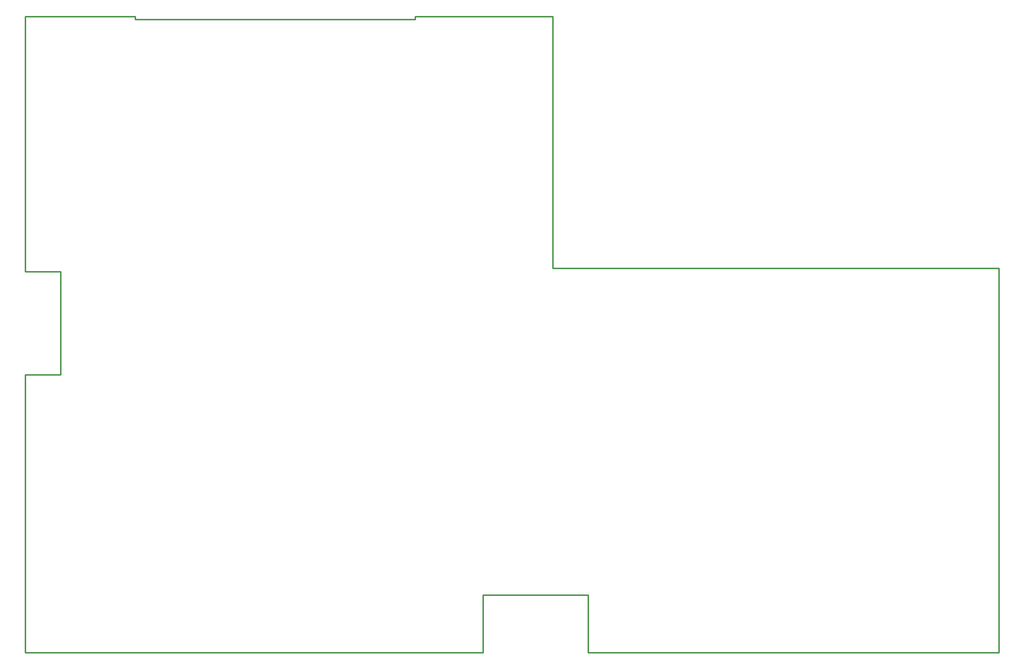
<source format=gbr>
G04 EAGLE Gerber RS-274X export*
G75*
%MOMM*%
%FSLAX34Y34*%
%LPD*%
%IN*%
%IPPOS*%
%AMOC8*
5,1,8,0,0,1.08239X$1,22.5*%
G01*
G04 Define Apertures*
%ADD10C,0.254000*%
D10*
X0Y0D02*
X800000Y0D01*
X800000Y100000D01*
X984000Y100000D01*
X984000Y0D01*
X1702000Y0D01*
X1702000Y672000D01*
X922000Y672000D01*
X922000Y1112000D01*
X682000Y1112000D01*
X682000Y1107077D01*
X192000Y1107077D01*
X192000Y1112000D01*
X0Y1112000D01*
X0Y666000D01*
X62000Y666000D01*
X62000Y486000D01*
X0Y486000D01*
X0Y0D01*
M02*

</source>
